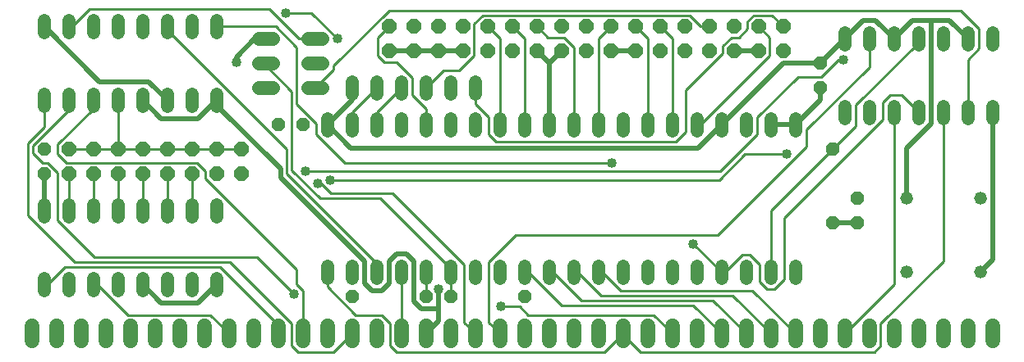
<source format=gtl>
G75*
%MOIN*%
%OFA0B0*%
%FSLAX24Y24*%
%IPPOS*%
%LPD*%
%AMOC8*
5,1,8,0,0,1.08239X$1,22.5*
%
%ADD10C,0.0600*%
%ADD11OC8,0.0600*%
%ADD12OC8,0.0520*%
%ADD13C,0.0520*%
%ADD14C,0.0520*%
%ADD15C,0.0560*%
%ADD16C,0.0200*%
%ADD17C,0.0400*%
%ADD18C,0.0100*%
D10*
X000917Y000880D02*
X000917Y001480D01*
X001917Y001480D02*
X001917Y000880D01*
X002917Y000880D02*
X002917Y001480D01*
X003917Y001480D02*
X003917Y000880D01*
X004917Y000880D02*
X004917Y001480D01*
X005917Y001480D02*
X005917Y000880D01*
X006917Y000880D02*
X006917Y001480D01*
X007917Y001480D02*
X007917Y000880D01*
X008917Y000880D02*
X008917Y001480D01*
X009917Y001480D02*
X009917Y000880D01*
X010917Y000880D02*
X010917Y001480D01*
X011917Y001480D02*
X011917Y000880D01*
X012917Y000880D02*
X012917Y001480D01*
X013917Y001480D02*
X013917Y000880D01*
X014917Y000880D02*
X014917Y001480D01*
X015917Y001480D02*
X015917Y000880D01*
X016917Y000880D02*
X016917Y001480D01*
X017917Y001480D02*
X017917Y000880D01*
X018917Y000880D02*
X018917Y001480D01*
X019917Y001480D02*
X019917Y000880D01*
X020917Y000880D02*
X020917Y001480D01*
X021917Y001480D02*
X021917Y000880D01*
X022917Y000880D02*
X022917Y001480D01*
X023917Y001480D02*
X023917Y000880D01*
X024917Y000880D02*
X024917Y001480D01*
X025917Y001480D02*
X025917Y000880D01*
X026917Y000880D02*
X026917Y001480D01*
X027917Y001480D02*
X027917Y000880D01*
X028917Y000880D02*
X028917Y001480D01*
X029917Y001480D02*
X029917Y000880D01*
X030917Y000880D02*
X030917Y001480D01*
X031917Y001480D02*
X031917Y000880D01*
X032917Y000880D02*
X032917Y001480D01*
X033917Y001480D02*
X033917Y000880D01*
X034917Y000880D02*
X034917Y001480D01*
X035917Y001480D02*
X035917Y000880D01*
X036917Y000880D02*
X036917Y001480D01*
X037917Y001480D02*
X037917Y000880D01*
X038917Y000880D02*
X038917Y001480D01*
X039917Y001480D02*
X039917Y000880D01*
D11*
X009417Y007680D03*
X008417Y007680D03*
X007417Y007680D03*
X006417Y007680D03*
X005417Y007680D03*
X004417Y007680D03*
X003417Y007680D03*
X002417Y007680D03*
X002417Y008680D03*
X003417Y008680D03*
X004417Y008680D03*
X005417Y008680D03*
X006417Y008680D03*
X007417Y008680D03*
X008417Y008680D03*
X009417Y008680D03*
X015417Y012680D03*
X016417Y012680D03*
X017417Y012680D03*
X018417Y012680D03*
X019417Y012680D03*
X020417Y012680D03*
X021417Y012680D03*
X022417Y012680D03*
X023417Y012680D03*
X024417Y012680D03*
X025417Y012680D03*
X026417Y012680D03*
X027417Y012680D03*
X028417Y012680D03*
X029417Y012680D03*
X030417Y012680D03*
X031417Y012680D03*
X031417Y013680D03*
X030417Y013680D03*
X029417Y013680D03*
X028417Y013680D03*
X027417Y013680D03*
X026417Y013680D03*
X025417Y013680D03*
X024417Y013680D03*
X023417Y013680D03*
X022417Y013680D03*
X021417Y013680D03*
X020417Y013680D03*
X019417Y013680D03*
X018417Y013680D03*
X017417Y013680D03*
X016417Y013680D03*
X015417Y013680D03*
D12*
X011917Y009680D03*
X010917Y009680D03*
X001417Y008680D03*
X001417Y007680D03*
X013917Y002680D03*
X016917Y002680D03*
X017917Y002680D03*
X020917Y002680D03*
X033417Y005680D03*
X034417Y005680D03*
X034417Y006680D03*
X033417Y008680D03*
X032917Y011180D03*
X032917Y012180D03*
D13*
X033917Y012920D02*
X033917Y013440D01*
X034917Y013440D02*
X034917Y012920D01*
X035917Y012920D02*
X035917Y013440D01*
X036917Y013440D02*
X036917Y012920D01*
X037917Y012920D02*
X037917Y013440D01*
X038917Y013440D02*
X038917Y012920D01*
X039917Y012920D02*
X039917Y013440D01*
X039917Y010440D02*
X039917Y009920D01*
X038917Y009920D02*
X038917Y010440D01*
X037917Y010440D02*
X037917Y009920D01*
X036917Y009920D02*
X036917Y010440D01*
X035917Y010440D02*
X035917Y009920D01*
X034917Y009920D02*
X034917Y010440D01*
X033917Y010440D02*
X033917Y009920D01*
X031917Y009940D02*
X031917Y009420D01*
X030917Y009420D02*
X030917Y009940D01*
X029917Y009940D02*
X029917Y009420D01*
X028917Y009420D02*
X028917Y009940D01*
X027917Y009940D02*
X027917Y009420D01*
X026917Y009420D02*
X026917Y009940D01*
X025917Y009940D02*
X025917Y009420D01*
X024917Y009420D02*
X024917Y009940D01*
X023917Y009940D02*
X023917Y009420D01*
X022917Y009420D02*
X022917Y009940D01*
X021917Y009940D02*
X021917Y009420D01*
X020917Y009420D02*
X020917Y009940D01*
X019917Y009940D02*
X019917Y009420D01*
X018917Y009420D02*
X018917Y009940D01*
X017917Y009940D02*
X017917Y009420D01*
X016917Y009420D02*
X016917Y009940D01*
X015917Y009940D02*
X015917Y009420D01*
X014917Y009420D02*
X014917Y009940D01*
X013917Y009940D02*
X013917Y009420D01*
X012917Y009420D02*
X012917Y009940D01*
X013917Y010920D02*
X013917Y011440D01*
X014917Y011440D02*
X014917Y010920D01*
X015917Y010920D02*
X015917Y011440D01*
X016917Y011440D02*
X016917Y010920D01*
X017917Y010920D02*
X017917Y011440D01*
X018917Y011440D02*
X018917Y010920D01*
X008417Y010940D02*
X008417Y010420D01*
X007417Y010420D02*
X007417Y010940D01*
X006417Y010940D02*
X006417Y010420D01*
X005417Y010420D02*
X005417Y010940D01*
X004417Y010940D02*
X004417Y010420D01*
X003417Y010420D02*
X003417Y010940D01*
X002417Y010940D02*
X002417Y010420D01*
X001417Y010420D02*
X001417Y010940D01*
X001417Y013420D02*
X001417Y013940D01*
X002417Y013940D02*
X002417Y013420D01*
X003417Y013420D02*
X003417Y013940D01*
X004417Y013940D02*
X004417Y013420D01*
X005417Y013420D02*
X005417Y013940D01*
X006417Y013940D02*
X006417Y013420D01*
X007417Y013420D02*
X007417Y013940D01*
X008417Y013940D02*
X008417Y013420D01*
X008417Y006440D02*
X008417Y005920D01*
X007417Y005920D02*
X007417Y006440D01*
X006417Y006440D02*
X006417Y005920D01*
X005417Y005920D02*
X005417Y006440D01*
X004417Y006440D02*
X004417Y005920D01*
X003417Y005920D02*
X003417Y006440D01*
X002417Y006440D02*
X002417Y005920D01*
X001417Y005920D02*
X001417Y006440D01*
X001417Y003440D02*
X001417Y002920D01*
X002417Y002920D02*
X002417Y003440D01*
X003417Y003440D02*
X003417Y002920D01*
X004417Y002920D02*
X004417Y003440D01*
X005417Y003440D02*
X005417Y002920D01*
X006417Y002920D02*
X006417Y003440D01*
X007417Y003440D02*
X007417Y002920D01*
X008417Y002920D02*
X008417Y003440D01*
X012917Y003420D02*
X012917Y003940D01*
X013917Y003940D02*
X013917Y003420D01*
X014917Y003420D02*
X014917Y003940D01*
X015917Y003940D02*
X015917Y003420D01*
X016917Y003420D02*
X016917Y003940D01*
X017917Y003940D02*
X017917Y003420D01*
X018917Y003420D02*
X018917Y003940D01*
X019917Y003940D02*
X019917Y003420D01*
X020917Y003420D02*
X020917Y003940D01*
X021917Y003940D02*
X021917Y003420D01*
X022917Y003420D02*
X022917Y003940D01*
X023917Y003940D02*
X023917Y003420D01*
X024917Y003420D02*
X024917Y003940D01*
X025917Y003940D02*
X025917Y003420D01*
X026917Y003420D02*
X026917Y003940D01*
X027917Y003940D02*
X027917Y003420D01*
X028917Y003420D02*
X028917Y003940D01*
X029917Y003940D02*
X029917Y003420D01*
X030917Y003420D02*
X030917Y003940D01*
X031917Y003940D02*
X031917Y003420D01*
D14*
X036417Y003680D03*
X039417Y003680D03*
X039417Y006680D03*
X036417Y006680D03*
D15*
X012697Y011180D02*
X012137Y011180D01*
X010697Y011180D02*
X010137Y011180D01*
X010137Y012180D02*
X010697Y012180D01*
X012137Y012180D02*
X012697Y012180D01*
X012697Y013180D02*
X012137Y013180D01*
X010697Y013180D02*
X010137Y013180D01*
D16*
X009967Y013180D02*
X010417Y013180D01*
X009967Y013180D02*
X009217Y012430D01*
X009217Y012230D01*
X006417Y010680D02*
X005667Y011430D01*
X003667Y011430D01*
X001417Y013680D01*
X005417Y010680D02*
X006167Y009930D01*
X007667Y009930D01*
X008417Y010680D01*
X008367Y010530D01*
X011017Y007880D01*
X011017Y007530D01*
X014417Y004130D01*
X014417Y003230D01*
X014717Y002930D01*
X015117Y002930D01*
X015417Y003230D01*
X015417Y004130D01*
X015717Y004430D01*
X016117Y004430D01*
X016417Y004130D01*
X016417Y002480D01*
X016717Y002180D01*
X017417Y002180D01*
X017417Y002980D01*
X017417Y002180D02*
X017417Y001680D01*
X016917Y001180D01*
X008417Y003180D02*
X007667Y002430D01*
X006167Y002430D01*
X005417Y003180D01*
X001417Y006180D02*
X001417Y007680D01*
X012917Y009680D02*
X013867Y008730D01*
X027967Y008730D01*
X028917Y009680D01*
X031417Y012180D01*
X032917Y012180D01*
X033917Y013180D01*
X034667Y013930D01*
X035167Y013930D01*
X035917Y013180D01*
X036667Y013930D01*
X037417Y013930D01*
X037417Y009730D01*
X036417Y008730D01*
X036417Y006680D01*
X034417Y005680D02*
X033417Y005680D01*
X039417Y003680D02*
X039917Y004180D01*
X039917Y010180D01*
X032917Y010680D02*
X031917Y009680D01*
X030917Y009680D01*
X032917Y010680D02*
X032917Y011180D01*
X030417Y012680D02*
X029417Y012680D01*
X025417Y012680D02*
X024417Y012680D01*
X022417Y012680D02*
X021917Y012180D01*
X021417Y012680D01*
X021917Y012180D02*
X021917Y009680D01*
X018417Y012680D02*
X017417Y012680D01*
X016417Y012680D01*
X015417Y012680D01*
X013917Y011180D02*
X013917Y010680D01*
X012917Y009680D01*
X037417Y013930D02*
X038167Y013930D01*
X038917Y013180D01*
D17*
X033867Y012330D03*
X031567Y008480D03*
X024467Y008130D03*
X027767Y004830D03*
X019967Y002280D03*
X017417Y002980D03*
X011567Y002780D03*
X012517Y007280D03*
X013017Y007430D03*
X012017Y007780D03*
X009217Y012230D03*
X013317Y013180D03*
X011217Y014230D03*
D18*
X012267Y014230D01*
X013317Y013180D01*
X012417Y013180D02*
X011767Y013180D01*
X010567Y014380D01*
X003267Y014380D01*
X002567Y013680D01*
X002417Y013680D01*
X006417Y013680D02*
X006417Y013530D01*
X011267Y008680D01*
X011267Y007680D01*
X014917Y004030D01*
X014917Y003680D01*
X015917Y003680D02*
X015917Y001180D01*
X015467Y001580D02*
X015467Y000680D01*
X015717Y000430D01*
X024167Y000430D01*
X024917Y001180D01*
X024917Y001130D01*
X025617Y000430D01*
X035117Y000430D01*
X035367Y000680D01*
X035367Y001580D01*
X037917Y004130D01*
X037917Y010180D01*
X038917Y010180D02*
X038917Y012330D01*
X039367Y012780D01*
X039367Y013580D01*
X038617Y014330D01*
X015417Y014330D01*
X013167Y012080D01*
X013167Y011930D01*
X012417Y011180D01*
X011467Y011030D02*
X011467Y007830D01*
X012617Y006680D01*
X015067Y006680D01*
X017917Y003830D01*
X017917Y003680D01*
X017917Y002680D01*
X016917Y002680D02*
X016917Y003680D01*
X018467Y003980D02*
X018467Y001630D01*
X018917Y001180D01*
X019467Y001630D02*
X019917Y001180D01*
X019467Y001630D02*
X019467Y004080D01*
X020567Y005180D01*
X028767Y005180D01*
X032367Y008780D01*
X032367Y009480D01*
X034917Y012030D01*
X034917Y013180D01*
X036917Y013180D02*
X036917Y013030D01*
X034367Y010480D01*
X034367Y009630D01*
X033417Y008680D01*
X030917Y006180D01*
X030917Y003680D01*
X030467Y003980D02*
X030467Y003280D01*
X030767Y002980D01*
X031067Y002980D01*
X031467Y003380D01*
X031467Y005880D01*
X035467Y009880D01*
X035467Y010580D01*
X035767Y010880D01*
X036217Y010880D01*
X036917Y010180D01*
X035917Y010180D02*
X035917Y003180D01*
X033917Y001180D01*
X031917Y001180D02*
X030167Y002930D01*
X024817Y002930D01*
X024067Y003680D01*
X023917Y003680D01*
X023067Y003680D02*
X024017Y002730D01*
X029367Y002730D01*
X030917Y001180D01*
X029917Y001180D02*
X028567Y002530D01*
X023217Y002530D01*
X022067Y003680D01*
X021917Y003680D01*
X021067Y003680D02*
X022417Y002330D01*
X027767Y002330D01*
X028917Y001180D01*
X026917Y001180D02*
X026167Y001930D01*
X021067Y001930D01*
X020717Y002280D01*
X019967Y002280D01*
X020917Y003680D02*
X021067Y003680D01*
X022917Y003680D02*
X023067Y003680D01*
X027767Y004830D02*
X028917Y003680D01*
X029067Y003680D01*
X029767Y004380D01*
X030067Y004380D01*
X030467Y003980D01*
X028817Y007430D02*
X013017Y007430D01*
X012667Y007280D02*
X013067Y006880D01*
X015567Y006880D01*
X018467Y003980D01*
X014067Y001930D02*
X012917Y003080D01*
X012917Y003680D01*
X011917Y002930D02*
X011667Y003180D01*
X011667Y003780D01*
X007967Y007480D01*
X007967Y007780D01*
X007617Y008130D01*
X002317Y008130D01*
X001967Y008480D01*
X001967Y008880D01*
X003417Y010330D01*
X003417Y010680D01*
X004417Y010680D02*
X004417Y008680D01*
X003417Y008680D01*
X002417Y008680D01*
X001367Y008130D02*
X000967Y008530D01*
X000967Y008830D01*
X002417Y010280D01*
X002417Y010680D01*
X001417Y010680D02*
X001417Y009580D01*
X000767Y008930D01*
X000767Y005980D01*
X002667Y004080D01*
X008967Y004080D01*
X011467Y001580D01*
X011467Y000680D01*
X011717Y000430D01*
X013167Y000430D01*
X013917Y001180D01*
X015117Y001930D02*
X015467Y001580D01*
X015117Y001930D02*
X014067Y001930D01*
X011917Y001180D02*
X011917Y002930D01*
X011567Y002780D02*
X010067Y004280D01*
X003467Y004280D01*
X001967Y005780D01*
X001967Y007730D01*
X001567Y008130D01*
X001367Y008130D01*
X002417Y007680D02*
X002417Y006180D01*
X003417Y006180D02*
X003417Y007680D01*
X004417Y007680D02*
X004417Y006180D01*
X005417Y006180D02*
X005417Y007680D01*
X006417Y007680D02*
X006417Y006180D01*
X007417Y006180D02*
X007417Y007680D01*
X007417Y008680D02*
X006417Y008680D01*
X005417Y008680D01*
X004417Y008680D01*
X007417Y008680D02*
X008417Y008680D01*
X009417Y008680D01*
X012017Y007780D02*
X028867Y007780D01*
X030367Y009280D01*
X030367Y009980D01*
X032017Y011630D01*
X032967Y011630D01*
X033667Y012330D01*
X033867Y012330D01*
X030867Y012480D02*
X030867Y013230D01*
X030417Y013680D01*
X029967Y013580D02*
X029967Y013880D01*
X030217Y014130D01*
X030967Y014130D01*
X031417Y013680D01*
X029967Y013580D02*
X029617Y013230D01*
X029317Y013230D01*
X028967Y012880D01*
X028967Y012580D01*
X027467Y011080D01*
X027467Y009380D01*
X027067Y008980D01*
X019767Y008980D01*
X019467Y009280D01*
X019467Y009980D01*
X018917Y010530D01*
X018917Y011180D01*
X018267Y011880D02*
X017617Y011880D01*
X016917Y011180D01*
X016367Y010880D02*
X016367Y011580D01*
X015717Y012230D01*
X015217Y012230D01*
X014967Y012480D01*
X014967Y013230D01*
X015417Y013680D01*
X018267Y011880D02*
X018867Y012480D01*
X018867Y013780D01*
X019217Y014130D01*
X027617Y014130D01*
X028067Y013680D01*
X028417Y013680D01*
X026917Y013180D02*
X026417Y013680D01*
X026917Y013180D02*
X026917Y009680D01*
X027917Y009680D02*
X028067Y009680D01*
X030867Y012480D01*
X025917Y013180D02*
X025417Y013680D01*
X024417Y013680D02*
X023917Y013180D01*
X023917Y009680D01*
X022917Y009680D02*
X022917Y012830D01*
X022517Y013230D01*
X021867Y013230D01*
X021417Y013680D01*
X020917Y013180D02*
X020417Y013680D01*
X019917Y013180D02*
X019417Y013680D01*
X019917Y013180D02*
X019917Y009680D01*
X020917Y009680D02*
X020917Y013180D01*
X025917Y013180D02*
X025917Y009680D01*
X028817Y007430D02*
X029867Y008480D01*
X031567Y008480D01*
X024467Y008130D02*
X013617Y008130D01*
X012467Y009280D01*
X012467Y009730D01*
X011667Y010530D01*
X011667Y012830D01*
X010817Y013680D01*
X008417Y013680D01*
X010417Y012180D02*
X010417Y012080D01*
X011467Y011030D01*
X013917Y010180D02*
X014917Y011180D01*
X015917Y011180D02*
X014917Y010180D01*
X014917Y009680D01*
X013917Y009680D02*
X013917Y010180D01*
X016367Y010880D02*
X016917Y010330D01*
X016917Y009680D01*
X012667Y007280D02*
X012517Y007280D01*
X008567Y003880D02*
X010917Y001530D01*
X010917Y001180D01*
X008917Y001180D02*
X008167Y001930D01*
X004817Y001930D01*
X003567Y003180D01*
X003417Y003180D01*
X002267Y003880D02*
X008567Y003880D01*
X002267Y003880D02*
X001567Y003180D01*
X001417Y003180D01*
M02*

</source>
